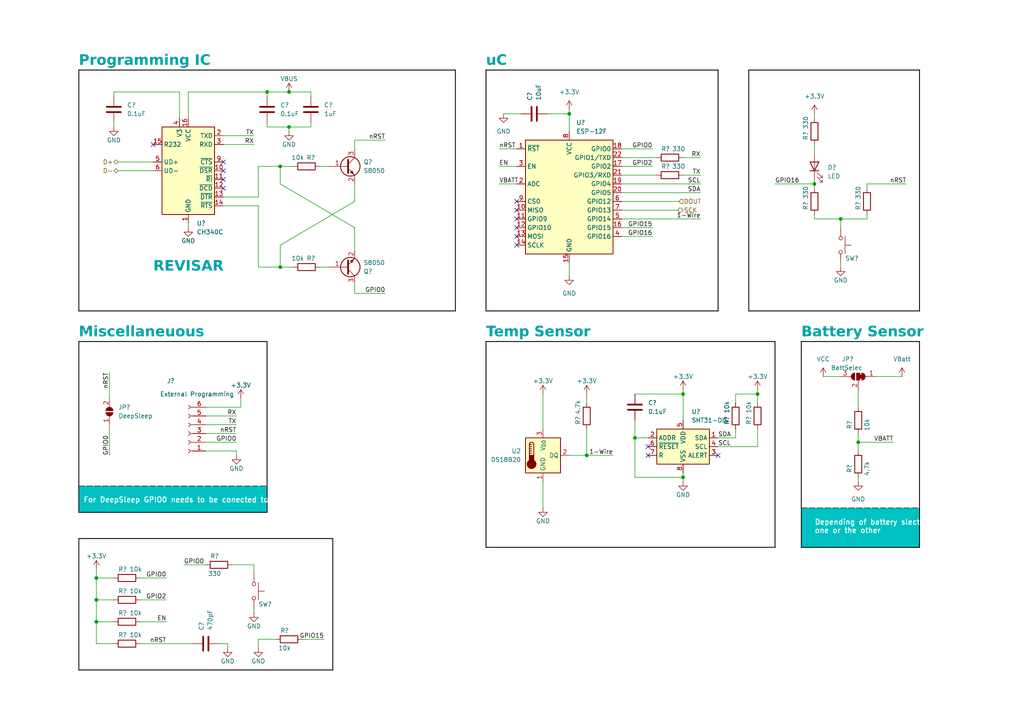
<source format=kicad_sch>
(kicad_sch (version 20230121) (generator eeschema)
  (paper "A4")
  (title_block (title "Gas Weigther") (date "2023-11-04") (rev "1"))
  (lib_symbols
    (symbol "Connector:Conn_01x06_Female" (pin_names (offset 1.016) hide)
      (property "Reference" "J" (at 0 7.62 0))
      (property "Value" "Conn_01x06_Female" (at 0 -10.16 0))
      (symbol "Conn_01x06_Female_1_1"
        (arc (start 0 -7.112) (mid -0.5058 -7.62) (end 0 -8.128) (stroke (width 0.1524)))
        (arc (start 0 -4.572) (mid -0.5058 -5.08) (end 0 -5.588) (stroke (width 0.1524)))
        (arc (start 0 -2.032) (mid -0.5058 -2.54) (end 0 -3.048) (stroke (width 0.1524)))
        (polyline (pts (xy -1.27 -7.62) (xy -0.508 -7.62)) (stroke (width 0.1524)))
        (polyline (pts (xy -1.27 -5.08) (xy -0.508 -5.08)) (stroke (width 0.1524)))
        (polyline (pts (xy -1.27 -2.54) (xy -0.508 -2.54)) (stroke (width 0.1524)))
        (polyline (pts (xy -1.27 0) (xy -0.508 0)) (stroke (width 0.1524)))
        (polyline (pts (xy -1.27 2.54) (xy -0.508 2.54)) (stroke (width 0.1524)))
        (polyline (pts (xy -1.27 5.08) (xy -0.508 5.08)) (stroke (width 0.1524)))
        (arc (start 0 0.508) (mid -0.5058 0) (end 0 -0.508) (stroke (width 0.1524)))
        (arc (start 0 3.048) (mid -0.5058 2.54) (end 0 2.032) (stroke (width 0.1524)))
        (arc (start 0 5.588) (mid -0.5058 5.08) (end 0 4.572) (stroke (width 0.1524)))
        (pin passive line (at -5.08 5.08 0) (length 3.81) (name "Pin_1") (number "1"))
        (pin passive line (at -5.08 2.54 0) (length 3.81) (name "Pin_2") (number "2"))
        (pin passive line (at -5.08 0 0) (length 3.81) (name "Pin_3") (number "3"))
        (pin passive line (at -5.08 -2.54 0) (length 3.81) (name "Pin_4") (number "4"))
        (pin passive line (at -5.08 -5.08 0) (length 3.81) (name "Pin_5") (number "5"))
        (pin passive line (at -5.08 -7.62 0) (length 3.81) (name "Pin_6") (number "6"))
      )
    )
    (symbol "Device:C" (pin_numbers hide) (pin_names (offset 0.254))
      (property "Reference" "C" (at 0.635 2.54 0))
      (property "Value" "C" (at 0.635 -2.54 0))
      (symbol "C_0_1"
        (polyline (pts (xy -2.032 -0.762) (xy 2.032 -0.762)) (stroke (width 0.508)))
        (polyline (pts (xy -2.032 0.762) (xy 2.032 0.762)) (stroke (width 0.508)))
      )
      (symbol "C_1_1"
        (pin passive line (at 0 3.81 270) (length 2.794) (name "~") (number "1"))
        (pin passive line (at 0 -3.81 90) (length 2.794) (name "~") (number "2"))
      )
    )
    (symbol "Device:LED" (pin_numbers hide) (pin_names (offset 1.016) hide)
      (property "Reference" "D" (at 0 2.54 0))
      (property "Value" "LED" (at 0 -2.54 0))
      (symbol "LED_0_1"
        (polyline (pts (xy -1.27 -1.27) (xy -1.27 1.27)) (stroke (width 0.254)))
        (polyline (pts (xy -1.27 0) (xy 1.27 0)))
        (polyline (pts (xy 1.27 -1.27) (xy 1.27 1.27) (xy -1.27 0) (xy 1.27 -1.27)) (stroke (width 0.254)))
        (polyline (pts (xy -3.048 -0.762) (xy -4.572 -2.286) (xy -3.81 -2.286) (xy -4.572 -2.286) (xy -4.572 -1.524)))
        (polyline (pts (xy -1.778 -0.762) (xy -3.302 -2.286) (xy -2.54 -2.286) (xy -3.302 -2.286) (xy -3.302 -1.524)))
      )
      (symbol "LED_1_1"
        (pin passive line (at -3.81 0 0) (length 2.54) (name "K") (number "1"))
        (pin passive line (at 3.81 0 180) (length 2.54) (name "A") (number "2"))
      )
    )
    (symbol "Device:R" (pin_numbers hide) (pin_names (offset 0))
      (property "Reference" "R" (at 2.032 0 90))
      (property "Value" "R" (at 0 0 90))
      (symbol "R_0_1"
        (rectangle (start -1.016 -2.54) (end 1.016 2.54) (stroke (width 0.254)))
      )
      (symbol "R_1_1"
        (pin passive line (at 0 3.81 270) (length 1.27) (name "~") (number "1"))
        (pin passive line (at 0 -3.81 90) (length 1.27) (name "~") (number "2"))
      )
    )
    (symbol "Interface_USB:CH340C"
      (property "Reference" "U" (at -5.08 13.97 0))
      (property "Value" "CH340C" (at 1.27 13.97 0))
      (symbol "CH340C_0_1"
        (rectangle (start -7.62 12.7) (end 7.62 -12.7) (stroke (width 0.254)) (fill (type background)))
      )
      (symbol "CH340C_1_1"
        (pin power_in line (at 0 -15.24 90) (length 2.54) (name "GND") (number "1"))
        (pin input line (at 10.16 0 180) (length 2.54) (name "~{DSR}") (number "10"))
        (pin input line (at 10.16 -2.54 180) (length 2.54) (name "~{RI}") (number "11"))
        (pin input line (at 10.16 -5.08 180) (length 2.54) (name "~{DCD}") (number "12"))
        (pin output line (at 10.16 -7.62 180) (length 2.54) (name "~{DTR}") (number "13"))
        (pin output line (at 10.16 -10.16 180) (length 2.54) (name "~{RTS}") (number "14"))
        (pin input line (at -10.16 7.62 0) (length 2.54) (name "R232") (number "15"))
        (pin power_in line (at 0 15.24 270) (length 2.54) (name "VCC") (number "16"))
        (pin output line (at 10.16 10.16 180) (length 2.54) (name "TXD") (number "2"))
        (pin input line (at 10.16 7.62 180) (length 2.54) (name "RXD") (number "3"))
        (pin passive line (at -2.54 15.24 270) (length 2.54) (name "V3") (number "4"))
        (pin bidirectional line (at -10.16 2.54 0) (length 2.54) (name "UD+") (number "5"))
        (pin bidirectional line (at -10.16 0 0) (length 2.54) (name "UD-") (number "6"))
        (pin no_connect line (at -7.62 -7.62 0) (length 2.54) hide (name "NC") (number "7"))
        (pin no_connect line (at -7.62 -10.16 0) (length 2.54) hide (name "NC") (number "8"))
        (pin input line (at 10.16 2.54 180) (length 2.54) (name "~{CTS}") (number "9"))
      )
    )
    (symbol "Jumper:SolderJumper_2_Open" (pin_names (offset 0) hide)
      (property "Reference" "JP" (at 0 2.032 0))
      (property "Value" "SolderJumper_2_Open" (at 0 -2.54 0))
      (symbol "SolderJumper_2_Open_0_1"
        (arc (start -0.254 1.016) (mid -1.2656 0) (end -0.254 -1.016))
        (arc (start -0.254 1.016) (mid -1.2656 0) (end -0.254 -1.016) (fill (type outline)))
        (polyline (pts (xy -0.254 1.016) (xy -0.254 -1.016)))
        (polyline (pts (xy 0.254 1.016) (xy 0.254 -1.016)))
        (arc (start 0.254 -1.016) (mid 1.2656 0) (end 0.254 1.016))
        (arc (start 0.254 -1.016) (mid 1.2656 0) (end 0.254 1.016) (fill (type outline)))
      )
      (symbol "SolderJumper_2_Open_1_1"
        (pin passive line (at -3.81 0 0) (length 2.54) (name "A") (number "1"))
        (pin passive line (at 3.81 0 180) (length 2.54) (name "B") (number "2"))
      )
    )
    (symbol "Jumper:SolderJumper_3_Bridged12" (pin_names (offset 0) hide)
      (property "Reference" "JP" (at -2.54 -2.54 0))
      (property "Value" "SolderJumper_3_Bridged12" (at 0 2.794 0))
      (symbol "SolderJumper_3_Bridged12_0_1"
        (rectangle (start -1.016 0.508) (end -0.508 -0.508) (fill (type outline)))
        (arc (start -1.016 1.016) (mid -2.0276 0) (end -1.016 -1.016))
        (arc (start -1.016 1.016) (mid -2.0276 0) (end -1.016 -1.016) (fill (type outline)))
        (rectangle (start -0.508 1.016) (end 0.508 -1.016) (fill (type outline)))
        (polyline (pts (xy -2.54 0) (xy -2.032 0)))
        (polyline (pts (xy -1.016 1.016) (xy -1.016 -1.016)))
        (polyline (pts (xy 0 -1.27) (xy 0 -1.016)))
        (polyline (pts (xy 1.016 1.016) (xy 1.016 -1.016)))
        (polyline (pts (xy 2.54 0) (xy 2.032 0)))
        (arc (start 1.016 -1.016) (mid 2.0276 0) (end 1.016 1.016))
        (arc (start 1.016 -1.016) (mid 2.0276 0) (end 1.016 1.016) (fill (type outline)))
      )
      (symbol "SolderJumper_3_Bridged12_1_1"
        (pin passive line (at -5.08 0 0) (length 2.54) (name "A") (number "1"))
        (pin passive line (at 0 -3.81 90) (length 2.54) (name "C") (number "2"))
        (pin passive line (at 5.08 0 180) (length 2.54) (name "B") (number "3"))
      )
    )
    (symbol "Power_Symbols:VBatt" (power) (pin_names (offset 0))
      (property "Value" "VBatt" (at 0 6.35 0))
      (symbol "VBatt_0_1"
        (polyline (pts (xy -0.762 1.27) (xy 0 2.54)))
        (polyline (pts (xy 0 0) (xy 0 2.54)))
        (polyline (pts (xy 0 2.54) (xy 0.762 1.27)))
      )
      (symbol "VBatt_1_1"
        (pin power_in line (at 0 0 90) (length 0) hide (name "VBatt") (number "1"))
      )
    )
    (symbol "RF_Module:ESP-12F"
      (property "Reference" "U" (at -12.7 19.05 0))
      (property "Value" "ESP-12F" (at 12.7 19.05 0))
      (symbol "ESP-12F_0_1"
        (rectangle (start -12.7 17.78) (end 12.7 -15.24) (stroke (width 0.254)) (fill (type background)))
      )
      (symbol "ESP-12F_1_1"
        (pin input line (at -15.24 15.24 0) (length 2.54) (name "~{RST}") (number "1"))
        (pin bidirectional line (at -15.24 -2.54 0) (length 2.54) (name "MISO") (number "10"))
        (pin bidirectional line (at -15.24 -5.08 0) (length 2.54) (name "GPIO9") (number "11"))
        (pin bidirectional line (at -15.24 -7.62 0) (length 2.54) (name "GPIO10") (number "12"))
        (pin bidirectional line (at -15.24 -10.16 0) (length 2.54) (name "MOSI") (number "13"))
        (pin bidirectional line (at -15.24 -12.7 0) (length 2.54) (name "SCLK") (number "14"))
        (pin power_in line (at 0 -17.78 90) (length 2.54) (name "GND") (number "15"))
        (pin bidirectional line (at 15.24 -7.62 180) (length 2.54) (name "GPIO15") (number "16"))
        (pin bidirectional line (at 15.24 10.16 180) (length 2.54) (name "GPIO2") (number "17"))
        (pin bidirectional line (at 15.24 15.24 180) (length 2.54) (name "GPIO0") (number "18"))
        (pin bidirectional line (at 15.24 5.08 180) (length 2.54) (name "GPIO4") (number "19"))
        (pin input line (at -15.24 5.08 0) (length 2.54) (name "ADC") (number "2"))
        (pin bidirectional line (at 15.24 2.54 180) (length 2.54) (name "GPIO5") (number "20"))
        (pin bidirectional line (at 15.24 7.62 180) (length 2.54) (name "GPIO3/RXD") (number "21"))
        (pin bidirectional line (at 15.24 12.7 180) (length 2.54) (name "GPIO1/TXD") (number "22"))
        (pin input line (at -15.24 10.16 0) (length 2.54) (name "EN") (number "3"))
        (pin bidirectional line (at 15.24 -10.16 180) (length 2.54) (name "GPIO16") (number "4"))
        (pin bidirectional line (at 15.24 -5.08 180) (length 2.54) (name "GPIO14") (number "5"))
        (pin bidirectional line (at 15.24 0 180) (length 2.54) (name "GPIO12") (number "6"))
        (pin bidirectional line (at 15.24 -2.54 180) (length 2.54) (name "GPIO13") (number "7"))
        (pin power_in line (at 0 20.32 270) (length 2.54) (name "VCC") (number "8"))
        (pin input line (at -15.24 0 0) (length 2.54) (name "CS0") (number "9"))
      )
    )
    (symbol "S8050_1" (pin_names (offset 0) hide)
      (property "Reference" "Q1" (at 5.08 1.2701 0))
      (property "Value" "S8050" (at 5.08 -1.2699 0))
      (symbol "S8050_1_0_1"
        (polyline (pts (xy 0 0) (xy 0.635 0)))
        (polyline (pts (xy 0.635 0.635) (xy 2.54 2.54)))
        (polyline (pts (xy 0.635 -0.635) (xy 2.54 -2.54) (xy 2.54 -2.54)))
        (polyline (pts (xy 0.635 1.905) (xy 0.635 -1.905) (xy 0.635 -1.905)) (stroke (width 0.508)))
        (polyline (pts (xy 1.27 -1.778) (xy 1.778 -1.27) (xy 2.286 -2.286) (xy 1.27 -1.778) (xy 1.27 -1.778)) (fill (type outline)))
        (circle (center 1.27 0) (radius 2.8194) (stroke (width 0.254)))
      )
      (symbol "S8050_1_1_1"
        (pin input line (at -5.08 0 0) (length 5.08) (name "B") (number "1"))
        (pin passive line (at 2.54 -5.08 90) (length 2.54) (name "E") (number "2"))
        (pin passive line (at 2.54 5.08 270) (length 2.54) (name "C") (number "3"))
      )
    )
    (symbol "SW_Push_1" (pin_numbers hide) (pin_names (offset 1.016) hide)
      (property "Reference" "SW2" (at 3.81 1.2701 90))
      (property "Value" "SW_Push" (at 3.81 -1.2699 90))
      (symbol "SW_Push_1_0_1"
        (circle (center -2.032 0) (radius 0.508))
        (polyline (pts (xy 0 1.27) (xy 0 3.048)))
        (polyline (pts (xy 2.54 1.27) (xy -2.54 1.27)))
        (circle (center 2.032 0) (radius 0.508))
        (pin passive line (at -5.08 0 0) (length 2.54) (name "1") (number "1"))
      )
      (symbol "SW_Push_1_1_1"
        (pin passive line (at 5.08 0 180) (length 2.54) (name "2") (number "3"))
      )
    )
    (symbol "Sensor_Humidity:SHT31-DIS"
      (property "Reference" "U" (at -6.35 6.35 0))
      (property "Value" "SHT31-DIS" (at 6.35 6.35 0))
      (symbol "SHT31-DIS_0_1"
        (rectangle (start -7.62 5.08) (end 7.62 -5.08) (stroke (width 0.254)) (fill (type background)))
      )
      (symbol "SHT31-DIS_1_1"
        (pin bidirectional line (at 10.16 2.54 180) (length 2.54) (name "SDA") (number "1"))
        (pin input line (at -10.16 2.54 0) (length 2.54) (name "ADDR") (number "2"))
        (pin output line (at 10.16 -2.54 180) (length 2.54) (name "ALERT") (number "3"))
        (pin input line (at 10.16 0 180) (length 2.54) (name "SCL") (number "4"))
        (pin power_in line (at 0 7.62 270) (length 2.54) (name "VDD") (number "5"))
        (pin input line (at -10.16 0 0) (length 2.54) (name "~{RESET}") (number "6"))
        (pin passive line (at -10.16 -2.54 0) (length 2.54) (name "R") (number "7"))
        (pin power_in line (at 0 -7.62 90) (length 2.54) (name "VSS") (number "8"))
        (pin passive line (at 0 -7.62 90) (length 2.54) hide (name "VSS") (number "9"))
      )
    )
    (symbol "Sensor_Temperature:DS18B20"
      (property "Reference" "U" (at -3.81 6.35 0))
      (property "Value" "DS18B20" (at 6.35 6.35 0))
      (symbol "DS18B20_0_1"
        (rectangle (start -5.08 5.08) (end 5.08 -5.08) (stroke (width 0.254)) (fill (type background)))
        (circle (center -3.302 -2.54) (radius 1.27) (stroke (width 0.254)) (fill (type outline)))
        (rectangle (start -2.667 -1.905) (end -3.937 0) (stroke (width 0.254)) (fill (type outline)))
        (arc (start -2.667 3.175) (mid -3.302 3.8073) (end -3.937 3.175) (stroke (width 0.254)))
        (polyline (pts (xy -3.937 0.635) (xy -3.302 0.635)) (stroke (width 0.254)))
        (polyline (pts (xy -3.937 1.27) (xy -3.302 1.27)) (stroke (width 0.254)))
        (polyline (pts (xy -3.937 1.905) (xy -3.302 1.905)) (stroke (width 0.254)))
        (polyline (pts (xy -3.937 2.54) (xy -3.302 2.54)) (stroke (width 0.254)))
        (polyline (pts (xy -3.937 3.175) (xy -3.937 0)) (stroke (width 0.254)))
        (polyline (pts (xy -3.937 3.175) (xy -3.302 3.175)) (stroke (width 0.254)))
        (polyline (pts (xy -2.667 3.175) (xy -2.667 0)) (stroke (width 0.254)))
      )
      (symbol "DS18B20_1_1"
        (pin power_in line (at 0 -7.62 90) (length 2.54) (name "GND") (number "1"))
        (pin bidirectional line (at 7.62 0 180) (length 2.54) (name "DQ") (number "2"))
        (pin power_in line (at 0 7.62 270) (length 2.54) (name "V_{DD}") (number "3"))
      )
    )
    (symbol "Switch:SW_Push" (pin_numbers hide) (pin_names (offset 1.016) hide)
      (property "Reference" "SW1" (at 3.81 1.2701 90))
      (symbol "SW_Push_0_1"
        (circle (center -2.032 0) (radius 0.508))
        (polyline (pts (xy 0 1.27) (xy 0 3.048)))
        (polyline (pts (xy 2.54 1.27) (xy -2.54 1.27)))
        (circle (center 2.032 0) (radius 0.508))
        (pin passive line (at -5.08 0 0) (length 2.54) (name "1") (number "1"))
      )
      (symbol "SW_Push_1_1"
        (pin passive line (at 5.08 0 180) (length 2.54) (name "2") (number "3"))
      )
    )
    (symbol "power:+3.3V" (power) (pin_names (offset 0))
      (property "Value" "+3.3V" (at 0 3.556 0))
      (symbol "+3.3V_0_1"
        (polyline (pts (xy -0.762 1.27) (xy 0 2.54)))
        (polyline (pts (xy 0 0) (xy 0 2.54)))
        (polyline (pts (xy 0 2.54) (xy 0.762 1.27)))
      )
      (symbol "+3.3V_1_1"
        (pin power_in line (at 0 0 90) (length 0) hide (name "+3.3V") (number "1"))
      )
    )
    (symbol "power:GND" (power) (pin_names (offset 0))
      (property "Value" "GND" (at 0 -3.81 0))
      (symbol "GND_0_1"
        (polyline (pts (xy 0 0) (xy 0 -1.27) (xy 1.27 -1.27) (xy 0 -2.54) (xy -1.27 -1.27) (xy 0 -1.27)))
      )
      (symbol "GND_1_1"
        (pin power_in line (at 0 0 270) (length 0) hide (name "GND") (number "1"))
      )
    )
    (symbol "power:VBUS" (power) (pin_names (offset 0))
      (property "Value" "VBUS" (at 0 3.81 0))
      (symbol "VBUS_0_1"
        (polyline (pts (xy -0.762 1.27) (xy 0 2.54)))
        (polyline (pts (xy 0 0) (xy 0 2.54)))
        (polyline (pts (xy 0 2.54) (xy 0.762 1.27)))
      )
      (symbol "VBUS_1_1"
        (pin power_in line (at 0 0 90) (length 0) hide (name "VBUS") (number "1"))
      )
    )
    (symbol "power:VCC" (power) (pin_names (offset 0))
      (property "Value" "VCC" (at 0 3.81 0))
      (symbol "VCC_0_1"
        (polyline (pts (xy -0.762 1.27) (xy 0 2.54)))
        (polyline (pts (xy 0 0) (xy 0 2.54)))
        (polyline (pts (xy 0 2.54) (xy 0.762 1.27)))
      )
      (symbol "VCC_1_1"
        (pin power_in line (at 0 0 90) (length 0) hide (name "VCC") (number "1"))
      )
    )
  )
  (junction (at 243.84 63.5))
  (junction (at 81.28 48.26))
  (junction (at 184.15 127))
  (junction (at 170.18 132.08))
  (junction (at 236.22 53.34))
  (junction (at 27.94 167.64))
  (junction (at 83.82 36.83))
  (junction (at 248.92 128.27))
  (junction (at 27.94 180.34))
  (junction (at 198.12 114.3))
  (junction (at 219.71 114.3))
  (junction (at 198.12 138.43))
  (junction (at 27.94 173.99))
  (junction (at 165.1 33.02))
  (junction (at 77.47 26.67))
  (junction (at 83.82 26.67))
  (junction (at 81.28 77.47))
  (no_connect (at 187.96 132.08))
  (no_connect (at 149.86 68.58))
  (no_connect (at 64.77 46.99))
  (no_connect (at 149.86 63.5))
  (no_connect (at 64.77 49.53))
  (no_connect (at 149.86 58.42))
  (no_connect (at 64.77 54.61))
  (no_connect (at 44.45 41.91))
  (no_connect (at 64.77 52.07))
  (no_connect (at 149.86 60.96))
  (no_connect (at 149.86 66.04))
  (no_connect (at 187.96 129.54))
  (no_connect (at 149.86 71.12))
  (no_connect (at 208.28 132.08))
  (wire (pts (xy 27.94 173.99) (xy 33.02 173.99)))
  (wire (pts (xy 59.69 125.73) (xy 68.58 125.73)))
  (wire (pts (xy 40.64 186.69) (xy 55.88 186.69)))
  (wire (pts (xy 83.82 36.83) (xy 90.17 36.83)))
  (wire (pts (xy 198.12 114.3) (xy 198.12 121.92)))
  (wire (pts (xy 219.71 114.3) (xy 219.71 116.84)))
  (wire (pts (xy 63.5 186.69) (xy 66.04 186.69)))
  (wire (pts (xy 90.17 26.67) (xy 90.17 27.94)))
  (wire (pts (xy 102.87 72.39) (xy 102.87 66.04)))
  (wire (pts (xy 198.12 113.03) (xy 198.12 114.3)))
  (polyline (pts (xy 208.28 20.32) (xy 208.28 90.17)) (stroke (width 0.25) (type solid) (color 0 0 0 1)))
  (wire (pts (xy 54.61 66.04) (xy 54.61 64.77)))
  (wire (pts (xy 40.64 180.34) (xy 48.26 180.34)))
  (wire (pts (xy 102.87 82.55) (xy 102.87 85.09)))
  (wire (pts (xy 198.12 139.7) (xy 198.12 138.43)))
  (wire (pts (xy 85.09 48.26) (xy 81.28 48.26)))
  (wire (pts (xy 102.87 66.04) (xy 81.28 53.34)))
  (polyline (pts (xy 140.97 20.32) (xy 208.28 20.32)) (stroke (width 0.25) (type solid) (color 0 0 0 1)))
  (wire (pts (xy 59.69 118.11) (xy 69.85 118.11)))
  (wire (pts (xy 31.75 123.19) (xy 31.75 132.08)))
  (wire (pts (xy 59.69 128.27) (xy 68.58 128.27)))
  (wire (pts (xy 27.94 167.64) (xy 27.94 173.99)))
  (wire (pts (xy 213.36 127) (xy 213.36 124.46)))
  (wire (pts (xy 219.71 124.46) (xy 219.71 129.54)))
  (polyline (pts (xy 132.08 20.32) (xy 132.08 90.17)) (stroke (width 0.25) (type solid) (color 0 0 0 1)))
  (wire (pts (xy 69.85 118.11) (xy 69.85 115.57)))
  (wire (pts (xy 87.63 185.42) (xy 93.98 185.42)))
  (polyline (pts (xy 266.7 90.17) (xy 217.17 90.17)) (stroke (width 0.25) (type solid) (color 0 0 0 1)))
  (wire (pts (xy 184.15 114.3) (xy 198.12 114.3)))
  (wire (pts (xy 92.71 77.47) (xy 95.25 77.47)))
  (polyline (pts (xy 77.47 99.06) (xy 77.47 148.59)) (stroke (width 0.25) (type solid) (color 0 0 0 1)))
  (wire (pts (xy 77.47 26.67) (xy 77.47 27.94)))
  (wire (pts (xy 74.93 77.47) (xy 81.28 77.47)))
  (polyline (pts (xy 22.86 156.21) (xy 22.86 194.31)) (stroke (width 0.25) (type solid) (color 0 0 0 1)))
  (wire (pts (xy 68.58 130.81) (xy 68.58 132.08)))
  (wire (pts (xy 102.87 58.42) (xy 81.28 71.12)))
  (wire (pts (xy 64.77 59.69) (xy 74.93 59.69)))
  (wire (pts (xy 77.47 36.83) (xy 83.82 36.83)))
  (wire (pts (xy 236.22 62.23) (xy 236.22 63.5)))
  (wire (pts (xy 243.84 63.5) (xy 251.46 63.5)))
  (wire (pts (xy 59.69 123.19) (xy 68.58 123.19)))
  (polyline (pts (xy 266.7 20.32) (xy 266.7 90.17)) (stroke (width 0.25) (type solid) (color 0 0 0 1)))
  (wire (pts (xy 184.15 138.43) (xy 198.12 138.43)))
  (wire (pts (xy 180.34 53.34) (xy 203.2 53.34)))
  (wire (pts (xy 73.66 177.8) (xy 73.66 176.53)))
  (wire (pts (xy 33.02 26.67) (xy 52.07 26.67)))
  (wire (pts (xy 180.34 60.96) (xy 196.85 60.96)))
  (wire (pts (xy 251.46 53.34) (xy 262.89 53.34)))
  (wire (pts (xy 31.75 107.95) (xy 31.75 115.57)))
  (polyline (pts (xy 266.7 158.75) (xy 232.41 158.75)) (stroke (width 0.25) (type solid) (color 0 0 0 1)))
  (wire (pts (xy 54.61 26.67) (xy 77.47 26.67)))
  (wire (pts (xy 184.15 121.92) (xy 184.15 127)))
  (wire (pts (xy 208.28 127) (xy 213.36 127)))
  (wire (pts (xy 236.22 63.5) (xy 243.84 63.5)))
  (wire (pts (xy 73.66 166.37) (xy 73.66 163.83)))
  (wire (pts (xy 180.34 68.58) (xy 189.23 68.58)))
  (polyline (pts (xy 217.17 20.32) (xy 266.7 20.32)) (stroke (width 0.25) (type solid) (color 0 0 0 1)))
  (wire (pts (xy 236.22 53.34) (xy 236.22 54.61)))
  (wire (pts (xy 248.92 128.27) (xy 259.08 128.27)))
  (wire (pts (xy 146.05 33.02) (xy 151.13 33.02)))
  (wire (pts (xy 248.92 125.73) (xy 248.92 128.27)))
  (wire (pts (xy 102.87 40.64) (xy 111.76 40.64)))
  (wire (pts (xy 90.17 36.83) (xy 90.17 35.56)))
  (wire (pts (xy 83.82 36.83) (xy 83.82 38.1)))
  (polyline (pts (xy 224.79 99.06) (xy 224.79 158.75)) (stroke (width 0.25) (type solid) (color 0 0 0 1)))
  (wire (pts (xy 33.02 27.94) (xy 33.02 26.67)))
  (wire (pts (xy 27.94 167.64) (xy 33.02 167.64)))
  (wire (pts (xy 219.71 113.03) (xy 219.71 114.3)))
  (wire (pts (xy 27.94 173.99) (xy 27.94 180.34)))
  (wire (pts (xy 77.47 36.83) (xy 77.47 35.56)))
  (wire (pts (xy 27.94 180.34) (xy 27.94 186.69)))
  (wire (pts (xy 243.84 109.22) (xy 238.76 109.22)))
  (wire (pts (xy 54.61 26.67) (xy 54.61 34.29)))
  (wire (pts (xy 208.28 129.54) (xy 219.71 129.54)))
  (wire (pts (xy 180.34 66.04) (xy 189.23 66.04)))
  (wire (pts (xy 180.34 63.5) (xy 203.2 63.5)))
  (polyline (pts (xy 22.86 99.06) (xy 77.47 99.06)) (stroke (width 0.25) (type solid) (color 0 0 0 1)))
  (wire (pts (xy 102.87 85.09) (xy 111.76 85.09)))
  (wire (pts (xy 64.77 39.37) (xy 73.66 39.37)))
  (wire (pts (xy 180.34 50.8) (xy 190.5 50.8)))
  (wire (pts (xy 81.28 77.47) (xy 85.09 77.47)))
  (wire (pts (xy 184.15 127) (xy 187.96 127)))
  (polyline (pts (xy 217.17 20.32) (xy 217.17 90.17)) (stroke (width 0.25) (type solid) (color 0 0 0 1)))
  (wire (pts (xy 64.77 57.15) (xy 74.93 57.15)))
  (wire (pts (xy 157.48 139.7) (xy 157.48 147.32)))
  (wire (pts (xy 102.87 43.18) (xy 102.87 40.64)))
  (wire (pts (xy 81.28 53.34) (xy 81.28 48.26)))
  (wire (pts (xy 248.92 138.43) (xy 248.92 139.7)))
  (wire (pts (xy 180.34 58.42) (xy 196.85 58.42)))
  (wire (pts (xy 170.18 114.3) (xy 170.18 116.84)))
  (wire (pts (xy 236.22 52.07) (xy 236.22 53.34)))
  (wire (pts (xy 81.28 71.12) (xy 81.28 77.47)))
  (polyline (pts (xy 96.52 156.21) (xy 96.52 194.31)) (stroke (width 0.25) (type solid) (color 0 0 0 1)))
  (wire (pts (xy 157.48 114.3) (xy 157.48 124.46)))
  (wire (pts (xy 198.12 45.72) (xy 203.2 45.72)))
  (wire (pts (xy 74.93 48.26) (xy 74.93 57.15)))
  (wire (pts (xy 180.34 45.72) (xy 190.5 45.72)))
  (wire (pts (xy 144.78 43.18) (xy 149.86 43.18)))
  (wire (pts (xy 83.82 26.67) (xy 90.17 26.67)))
  (polyline (pts (xy 77.47 148.59) (xy 22.86 148.59)) (stroke (width 0.25) (type solid) (color 0 0 0 1)))
  (wire (pts (xy 236.22 41.91) (xy 236.22 44.45)))
  (wire (pts (xy 77.47 26.67) (xy 83.82 26.67)))
  (wire (pts (xy 251.46 53.34) (xy 251.46 54.61)))
  (wire (pts (xy 170.18 132.08) (xy 170.18 124.46)))
  (wire (pts (xy 53.34 163.83) (xy 59.69 163.83)))
  (wire (pts (xy 74.93 59.69) (xy 74.93 77.47)))
  (wire (pts (xy 198.12 138.43) (xy 198.12 137.16)))
  (polyline (pts (xy 132.08 90.17) (xy 22.86 90.17)) (stroke (width 0.25) (type solid) (color 0 0 0 1)))
  (wire (pts (xy 184.15 127) (xy 184.15 138.43)))
  (wire (pts (xy 66.04 187.96) (xy 66.04 186.69)))
  (wire (pts (xy 74.93 185.42) (xy 74.93 187.96)))
  (wire (pts (xy 213.36 114.3) (xy 219.71 114.3)))
  (wire (pts (xy 180.34 43.18) (xy 189.23 43.18)))
  (wire (pts (xy 74.93 48.26) (xy 81.28 48.26)))
  (polyline (pts (xy 22.86 20.32) (xy 132.08 20.32)) (stroke (width 0.25) (type solid) (color 0 0 0 1)))
  (wire (pts (xy 74.93 185.42) (xy 80.01 185.42)))
  (wire (pts (xy 40.64 173.99) (xy 48.26 173.99)))
  (polyline (pts (xy 22.86 20.32) (xy 22.86 90.17)) (stroke (width 0.25) (type solid) (color 0 0 0 1)))
  (wire (pts (xy 251.46 63.5) (xy 251.46 62.23)))
  (wire (pts (xy 248.92 113.03) (xy 248.92 118.11)))
  (wire (pts (xy 236.22 33.02) (xy 236.22 34.29)))
  (polyline (pts (xy 140.97 99.06) (xy 224.79 99.06)) (stroke (width 0.25) (type solid) (color 0 0 0 1)))
  (wire (pts (xy 243.84 77.47) (xy 243.84 76.2)))
  (wire (pts (xy 40.64 167.64) (xy 48.26 167.64)))
  (polyline (pts (xy 208.28 90.17) (xy 140.97 90.17)) (stroke (width 0.25) (type solid) (color 0 0 0 1)))
  (wire (pts (xy 180.34 48.26) (xy 189.23 48.26)))
  (wire (pts (xy 144.78 53.34) (xy 149.86 53.34)))
  (wire (pts (xy 165.1 76.2) (xy 165.1 80.01)))
  (polyline (pts (xy 22.86 99.06) (xy 22.86 148.59)) (stroke (width 0.25) (type solid) (color 0 0 0 1)))
  (polyline (pts (xy 140.97 20.32) (xy 140.97 90.17)) (stroke (width 0.25) (type solid) (color 0 0 0 1)))
  (wire (pts (xy 33.02 36.83) (xy 33.02 35.56)))
  (wire (pts (xy 64.77 41.91) (xy 73.66 41.91)))
  (wire (pts (xy 27.94 180.34) (xy 33.02 180.34)))
  (wire (pts (xy 213.36 116.84) (xy 213.36 114.3)))
  (polyline (pts (xy 232.41 99.06) (xy 232.41 158.75)) (stroke (width 0.25) (type solid) (color 0 0 0 1)))
  (wire (pts (xy 158.75 33.02) (xy 165.1 33.02)))
  (wire (pts (xy 27.94 165.1) (xy 27.94 167.64)))
  (wire (pts (xy 165.1 33.02) (xy 165.1 38.1)))
  (wire (pts (xy 27.94 186.69) (xy 33.02 186.69)))
  (wire (pts (xy 34.29 49.53) (xy 44.45 49.53)))
  (wire (pts (xy 170.18 132.08) (xy 177.8 132.08)))
  (wire (pts (xy 59.69 120.65) (xy 68.58 120.65)))
  (wire (pts (xy 180.34 55.88) (xy 203.2 55.88)))
  (wire (pts (xy 198.12 50.8) (xy 203.2 50.8)))
  (wire (pts (xy 248.92 128.27) (xy 248.92 130.81)))
  (wire (pts (xy 165.1 31.75) (xy 165.1 33.02)))
  (polyline (pts (xy 22.86 156.21) (xy 96.52 156.21)) (stroke (width 0.25) (type solid) (color 0 0 0 1)))
  (wire (pts (xy 165.1 132.08) (xy 170.18 132.08)))
  (polyline (pts (xy 96.52 194.31) (xy 22.86 194.31)) (stroke (width 0.25) (type solid) (color 0 0 0 1)))
  (wire (pts (xy 52.07 26.67) (xy 52.07 34.29)))
  (wire (pts (xy 67.31 163.83) (xy 73.66 163.83)))
  (wire (pts (xy 243.84 66.04) (xy 243.84 63.5)))
  (wire (pts (xy 34.29 46.99) (xy 44.45 46.99)))
  (polyline (pts (xy 266.7 99.06) (xy 266.7 158.75)) (stroke (width 0.25) (type solid) (color 0 0 0 1)))
  (polyline (pts (xy 224.79 158.75) (xy 140.97 158.75)) (stroke (width 0.25) (type solid) (color 0 0 0 1)))
  (polyline (pts (xy 140.97 99.06) (xy 140.97 158.75)) (stroke (width 0.25) (type solid) (color 0 0 0 1)))
  (wire (pts (xy 59.69 130.81) (xy 68.58 130.81)))
  (polyline (pts (xy 232.41 99.06) (xy 266.7 99.06)) (stroke (width 0.25) (type solid) (color 0 0 0 1)))
  (wire (pts (xy 261.62 109.22) (xy 254 109.22)))
  (wire (pts (xy 92.71 48.26) (xy 95.25 48.26)))
  (wire (pts (xy 224.79 53.34) (xy 236.22 53.34)))
  (wire (pts (xy 144.78 48.26) (xy 149.86 48.26)))
  (wire (pts (xy 102.87 58.42) (xy 102.87 53.34)))
  (rectangle (start 232.41 147.32) (end 266.7 158.75) (stroke (width 0) (type dash) (color 0 0 0 1)) (fill (type color) (color 0 194 194 1)))
  (rectangle (start 22.86 140.97) (end 77.47 148.59) (stroke (width 0) (type dash) (color 0 0 0 1)) (fill (type color) (color 0 194 194 1)))
  (text "Programming IC" (at 22.86 20.32 0) (effects (font (size 3 3) (thickness 0.6) bold) (justify left bottom)))
  (text "REVISAR" (at 44.45 80.01 0) (effects (font (size 3 3) (thickness 0.6) bold) (justify left bottom)))
  (text "Temp Sensor" (at 140.97 99.06 0) (effects (font (size 3 3) (thickness 0.6) bold) (justify left bottom)))
  (text "uC" (at 140.97 20.32 0) (effects (font (size 3 3) (thickness 0.6) bold) (justify left bottom)))
  (text "For DeepSleep GPIO0 needs to be conected to nRST." (at 24.13 146.05 0) (effects (font (size 1.5 1.5) (thickness 0.2508) bold) (justify left bottom)))
  (text "Miscellaneuous" (at 22.86 99.06 0) (effects (font (size 3 3) (thickness 0.6) bold) (justify left bottom)))
  (text "Battery Sensor" (at 232.41 99.06 0) (effects (font (size 3 3) (thickness 0.6) bold) (justify left bottom)))
  (text "Depending of battery slect \none or the other" (at 236.22 154.94 0) (effects (font (size 1.5 1.5) (thickness 0.2508) bold) (justify left bottom)))
  (label "1-Wire" (at 203.2 63.5 180))
  (label "RX" (at 203.2 45.72 180))
  (label "1-Wire" (at 177.8 132.08 180))
  (label "EN" (at 48.26 180.34 180))
  (label "nRST" (at 68.58 125.73 180))
  (label "GPIO0" (at 48.26 167.64 180))
  (label "nRST" (at 144.78 43.18 0))
  (label "GPIO2" (at 189.23 48.26 180))
  (label "EN" (at 144.78 48.26 0))
  (label "GPIO16" (at 189.23 68.58 180))
  (label "GPIO16" (at 224.79 53.34 0))
  (label "RX" (at 73.66 41.91 180))
  (label "GPIO0" (at 189.23 43.18 180))
  (label "VBATT" (at 144.78 53.34 0))
  (label "GPIO0" (at 53.34 163.83 0))
  (label "GPIO15" (at 93.98 185.42 180))
  (label "nRST" (at 111.76 40.64 180))
  (label "SDA" (at 208.28 127 0))
  (label "SCL" (at 203.2 53.34 180))
  (label "TX" (at 73.66 39.37 180))
  (label "SDA" (at 203.2 55.88 180))
  (label "GPIO0" (at 111.76 85.09 180))
  (label "nRST" (at 31.75 107.95 270))
  (label "nRST" (at 262.89 53.34 180))
  (label "RX" (at 68.58 120.65 180))
  (label "TX" (at 203.2 50.8 180))
  (label "GPIO0" (at 68.58 128.27 180))
  (label "GPIO15" (at 189.23 66.04 180))
  (label "SCL" (at 208.28 129.54 0))
  (label "TX" (at 68.58 123.19 180))
  (label "GPIO0" (at 31.75 132.08 90))
  (label "VBATT" (at 259.08 128.27 180))
  (label "GPIO2" (at 48.26 173.99 180))
  (label "nRST" (at 48.26 186.69 180))
  (hierarchical_label "SCK" (shape output) (at 196.85 60.96 0))
  (hierarchical_label "D-" (shape bidirectional) (at 34.29 49.53 180))
  (hierarchical_label "D+" (shape bidirectional) (at 34.29 46.99 180))
  (hierarchical_label "DOUT" (shape input) (at 196.85 58.42 0))
  (symbol (lib_id "power:GND") (at 73.66 177.8 0) (unit 1)
    (property "Reference" "#PWR038" (effects hide))
    (property "Value" "GND" (at 73.66 181.61 0))
    (instances (project "GasWeighter" (path "" (reference "#PWR038") (unit 1)) (path "" (reference "#PWR038") (unit 1))) (project "Arbolito" (path "" (reference "#PWR029") (unit 1))))
  )
  (symbol (lib_id "Device:R") (at 194.31 50.8 90) (unit 1)
    (property "Reference" "R?" (at 193.04 48.26 90))
    (property "Value" "330" (at 196.85 48.26 90))
    (property "Footprint" "Resistor_SMD:R_0805_2012Metric_Pad1.20x1.40mm_HandSolder" (effects hide))
    (instances (project "GasWeighter" (path "" (reference "R?") (unit 1)) (path "" (reference "R12") (unit 1))) (project "Arbolito" (path "" (reference "R12") (unit 1))))
  )
  (symbol (lib_id "Sensor_Humidity:SHT31-DIS") (at 198.12 129.54 0) (unit 1)
    (property "Reference" "U?" (at 200.5456 119.38 0) (effects (justify left)))
    (property "Value" "SHT31-DIS" (at 200.5456 121.92 0) (effects (justify left)))
    (property "Footprint" "Sensor_Humidity:Sensirion_DFN-8-1EP_2.5x2.5mm_P0.5mm_EP1.1x1.7mm" (effects hide))
    (property "Datasheet" "https://www.sensirion.com/fileadmin/user_upload/customers/sensirion/Dokumente/2_Humidity_Sensors/Datasheets/Sensirion_Humidity_Sensors_SHT3x_Datasheet_digital.pdf" (effects hide))
    (instances (project "GasWeighter" (path "" (reference "U?") (unit 1)) (path "" (reference "U4") (unit 1)) (path "" (reference "U?") (unit 1))) (project "Arbolito" (path "" (reference "U5") (unit 1))))
  )
  (symbol (lib_id "power:GND") (at 74.93 187.96 0) (unit 1)
    (property "Reference" "#PWR039" (effects hide))
    (property "Value" "GND" (at 74.93 191.77 0))
    (instances (project "GasWeighter" (path "" (reference "#PWR039") (unit 1)) (path "" (reference "#PWR039") (unit 1))) (project "Arbolito" (path "" (reference "#PWR030") (unit 1))))
  )
  (symbol (lib_id "Device:R") (at 36.83 180.34 90) (unit 1)
    (property "Reference" "R?" (at 35.56 177.8 90))
    (property "Value" "10k" (at 39.37 177.8 90))
    (property "Footprint" "Resistor_SMD:R_0805_2012Metric_Pad1.20x1.40mm_HandSolder" (effects hide))
    (instances (project "GasWeighter" (path "" (reference "R?") (unit 1)) (path "" (reference "R4") (unit 1))) (project "Arbolito" (path "" (reference "R9") (unit 1))))
  )
  (symbol (lib_id "power:GND") (at 66.04 187.96 0) (unit 1)
    (property "Reference" "#PWR036" (effects hide))
    (property "Value" "GND" (at 66.04 191.77 0))
    (instances (project "GasWeighter" (path "" (reference "#PWR036") (unit 1)) (path "" (reference "#PWR036") (unit 1))) (project "Arbolito" (path "" (reference "#PWR027") (unit 1))))
  )
  (symbol (lib_id "Device:R") (at 236.22 58.42 180) (unit 1)
    (property "Reference" "R?" (at 233.68 59.69 90))
    (property "Value" "330" (at 233.68 55.88 90))
    (property "Footprint" "Resistor_SMD:R_0805_2012Metric_Pad1.20x1.40mm_HandSolder" (effects hide))
    (instances (project "GasWeighter" (path "" (reference "R?") (unit 1)) (path "" (reference "R16") (unit 1))) (project "Arbolito" (path "" (reference "R16") (unit 1))))
  )
  (symbol (lib_id "Switch:SW_Push") (at 73.66 171.45 270) (unit 1)
    (property "Reference" "SW?" (at 74.9301 175.26 90) (effects (justify left)))
    (property "Value" "SW_Push" (effects hide))
    (property "Footprint" "Library:Button" (effects hide))
    (instances (project "GasWeighter" (path "" (reference "SW?") (unit 1)) (path "" (reference "SW1") (unit 1))) (project "Arbolito" (path "" (reference "SW3") (unit 1))))
  )
  (symbol (lib_id "Jumper:SolderJumper_2_Open") (at 31.75 119.38 90) (unit 1)
    (property "Reference" "JP?" (at 34.29 118.1099 90) (effects (justify right)))
    (property "Value" "DeepSleep" (at 34.29 120.6499 90) (effects (justify right)))
    (property "Footprint" "Jumper:SolderJumper-2_P1.3mm_Open_RoundedPad1.0x1.5mm" (effects hide))
    (instances (project "GasWeighter" (path "" (reference "JP?") (unit 1)) (path "" (reference "JP1") (unit 1))))
  )
  (symbol (lib_id "Device:R") (at 36.83 173.99 90) (unit 1)
    (property "Reference" "R?" (at 35.56 171.45 90))
    (property "Value" "10k" (at 39.37 171.45 90))
    (property "Footprint" "Resistor_SMD:R_0805_2012Metric_Pad1.20x1.40mm_HandSolder" (effects hide))
    (instances (project "GasWeighter" (path "" (reference "R?") (unit 1)) (path "" (reference "R3") (unit 1))) (project "Arbolito" (path "" (reference "R8") (unit 1))))
  )
  (symbol (lib_id "Device:C") (at 59.69 186.69 90) (unit 1)
    (property "Reference" "C?" (at 58.4199 182.88 0) (effects (justify left)))
    (property "Value" "470pF" (at 60.9599 182.88 0) (effects (justify left)))
    (property "Footprint" "Capacitor_SMD:C_0805_2012Metric" (effects hide))
    (instances (project "GasWeighter" (path "" (reference "C?") (unit 1)) (path "" (reference "C2") (unit 1))) (project "Arbolito" (path "" (reference "C10") (unit 1))))
  )
  (symbol (lib_id "power:+3.3V") (at 170.18 114.3 0) (unit 1)
    (property "Reference" "#PWR018" (effects hide))
    (property "Value" "+3.3V" (at 170.18 110.49 0))
    (instances (project "GasWeighter" (path "" (reference "#PWR018") (unit 1)) (path "" (reference "#PWR022") (unit 1)) (path "" (reference "#PWR022") (unit 1))) (project "Arbolito" (path "" (reference "#PWR033") (unit 1))))
  )
  (symbol (lib_id "Device:R") (at 36.83 167.64 90) (unit 1)
    (property "Reference" "R?" (at 35.56 165.1 90))
    (property "Value" "10k" (at 39.37 165.1 90))
    (property "Footprint" "Resistor_SMD:R_0805_2012Metric_Pad1.20x1.40mm_HandSolder" (effects hide))
    (instances (project "GasWeighter" (path "" (reference "R?") (unit 1)) (path "" (reference "R2") (unit 1))) (project "Arbolito" (path "" (reference "R7") (unit 1))))
  )
  (symbol (lib_id "Device:R") (at 63.5 163.83 270) (unit 1)
    (property "Reference" "R?" (at 62.23 161.29 90))
    (property "Value" "330" (at 62.23 166.37 90))
    (property "Footprint" "Resistor_SMD:R_0805_2012Metric_Pad1.20x1.40mm_HandSolder" (effects hide))
    (instances (project "GasWeighter" (path "" (reference "R?") (unit 1)) (path "" (reference "R6") (unit 1))) (project "Arbolito" (path "" (reference "R13") (unit 1))))
  )
  (symbol (lib_id "Device:R") (at 248.92 121.92 0) (unit 1)
    (property "Reference" "R?" (at 246.38 123.19 90))
    (property "Value" "10k" (at 251.46 123.19 90))
    (property "Footprint" "Resistor_SMD:R_0805_2012Metric_Pad1.20x1.40mm_HandSolder" (effects hide))
    (instances (project "GasWeighter" (path "" (reference "R?") (unit 1)) (path "" (reference "R17") (unit 1))) (project "Arbolito" (path "" (reference "R21") (unit 1))))
  )
  (symbol (lib_id "Sensor_Temperature:DS18B20") (at 157.48 132.08 0) (unit 1)
    (property "Reference" "U2" (at 151.13 130.8099 0) (effects (justify right)))
    (property "Value" "DS18B20" (at 151.13 133.3499 0) (effects (justify right)))
    (property "Footprint" "Package_TO_SOT_THT:TO-92_Inline" (effects hide))
    (property "Datasheet" "http://datasheets.maximintegrated.com/en/ds/DS18B20.pdf" (effects hide))
    (instances (project "GasWeighter" (path "" (reference "U2") (unit 1)) (path "" (reference "U?") (unit 1))))
  )
  (symbol (lib_id "Device:C") (at 90.17 31.75 0) (unit 1)
    (property "Reference" "C?" (at 93.98 30.4799 0) (effects (justify left)))
    (property "Value" "1uF" (at 93.98 33.0199 0) (effects (justify left)))
    (property "Footprint" "Capacitor_SMD:C_0805_2012Metric" (effects hide))
    (instances (project "GasWeighter" (path "" (reference "C?") (unit 1)) (path "" (reference "C4") (unit 1))) (project "Arbolito" (path "" (reference "C5") (unit 1))))
  )
  (symbol (lib_id "Interface_USB:CH340C") (at 54.61 49.53 0) (unit 1)
    (property "Reference" "U?" (at 57.0356 64.77 0) (effects (justify left)))
    (property "Value" "CH340C" (at 57.0356 67.31 0) (effects (justify left)))
    (property "Footprint" "Package_SO:SOIC-16_3.9x9.9mm_P1.27mm" (effects hide))
    (property "Datasheet" "https://datasheet.lcsc.com/szlcsc/Jiangsu-Qin-Heng-CH340C_C84681.pdf" (effects hide))
    (instances (project "GasWeighter" (path "" (reference "U?") (unit 1)) (path "" (reference "U1") (unit 1))) (project "Arbolito" (path "" (reference "U2") (unit 1))))
  )
  (symbol (lib_id "power:GND") (at 157.48 147.32 0) (unit 1)
    (property "Reference" "#PWR019" (effects hide))
    (property "Value" "GND" (at 157.48 151.13 0))
    (instances (project "GasWeighter" (path "" (reference "#PWR019") (unit 1)) (path "" (reference "#PWR021") (unit 1)) (path "" (reference "#PWR021") (unit 1))) (project "Arbolito" (path "" (reference "#PWR034") (unit 1))))
  )
  (symbol (lib_id "Device:R") (at 170.18 120.65 180) (unit 1)
    (property "Reference" "R?" (at 167.64 121.92 90))
    (property "Value" "4.7k" (at 167.64 118.11 90))
    (property "Footprint" "Resistor_SMD:R_0805_2012Metric_Pad1.20x1.40mm_HandSolder" (effects hide))
    (instances (project "GasWeighter" (path "" (reference "R?") (unit 1)) (path "" (reference "R10") (unit 1)) (path "" (reference "R?") (unit 1))) (project "Arbolito" (path "" (reference "R14") (unit 1))))
  )
  (symbol (lib_id "power:GND") (at 68.58 132.08 0) (unit 1)
    (property "Reference" "#PWR016" (effects hide))
    (property "Value" "GND" (at 68.58 135.89 0))
    (instances (project "GasWeighter" (path "" (reference "#PWR016") (unit 1)) (path "" (reference "#PWR016") (unit 1))) (project "Arbolito" (path "" (reference "#PWR0101") (unit 1))))
  )
  (symbol (lib_id "Device:LED") (at 236.22 48.26 90) (unit 1)
    (property "Reference" "D?" (at 240.03 48.5774 90) (effects (justify right)))
    (property "Value" "LED" (at 240.03 51.1174 90) (effects (justify right)))
    (property "Footprint" "LED_SMD:LED_0805_2012Metric" (effects hide))
    (instances (project "GasWeighter" (path "" (reference "D?") (unit 1)) (path "" (reference "D1") (unit 1))) (project "Arbolito" (path "" (reference "D2") (unit 1))))
  )
  (symbol (lib_id "Device:R") (at 213.36 120.65 180) (unit 1)
    (property "Reference" "R?" (at 210.82 121.92 90))
    (property "Value" "10k" (at 210.82 118.11 90))
    (property "Footprint" "Resistor_SMD:R_0805_2012Metric_Pad1.20x1.40mm_HandSolder" (effects hide))
    (instances (project "GasWeighter" (path "" (reference "R?") (unit 1)) (path "" (reference "R13") (unit 1)) (path "" (reference "R?") (unit 1))) (project "Arbolito" (path "" (reference "R14") (unit 1))))
  )
  (symbol (lib_id "power:+3.3V") (at 69.85 115.57 0) (unit 1)
    (property "Reference" "#PWR015" (effects hide))
    (property "Value" "+3.3V" (at 69.85 111.76 0))
    (instances (project "GasWeighter" (path "" (reference "#PWR015") (unit 1)) (path "" (reference "#PWR017") (unit 1))) (project "Arbolito" (path "" (reference "#PWR0102") (unit 1))))
  )
  (symbol (lib_id "power:GND") (at 248.92 139.7 0) (unit 1)
    (property "Reference" "#PWR02" (effects hide))
    (property "Value" "GND" (at 248.92 144.78 0))
    (instances (project "GasWeighter" (path "" (reference "#PWR02") (unit 1)) (path "" (reference "#PWR04") (unit 1))) (project "Arbolito" (path "" (reference "#PWR0104") (unit 1))))
  )
  (symbol (lib_id "Device:R") (at 36.83 186.69 90) (unit 1)
    (property "Reference" "R?" (at 35.56 184.15 90))
    (property "Value" "10k" (at 39.37 184.15 90))
    (property "Footprint" "Resistor_SMD:R_0805_2012Metric_Pad1.20x1.40mm_HandSolder" (effects hide))
    (instances (project "GasWeighter" (path "" (reference "R?") (unit 1)) (path "" (reference "R5") (unit 1))) (project "Arbolito" (path "" (reference "R10") (unit 1))))
  )
  (symbol (lib_id "power:GND") (at 146.05 33.02 0) (unit 1)
    (property "Reference" "#PWR030" (effects hide))
    (property "Value" "GND" (at 146.05 38.1 0))
    (instances (project "GasWeighter" (path "" (reference "#PWR030") (unit 1)) (path "" (reference "#PWR030") (unit 1))) (project "Arbolito" (path "" (reference "#PWR021") (unit 1))))
  )
  (symbol (lib_id "Device:C") (at 77.47 31.75 0) (unit 1)
    (property "Reference" "C?" (at 81.28 30.4799 0) (effects (justify left)))
    (property "Value" "0.1uF" (at 81.28 33.0199 0) (effects (justify left)))
    (property "Footprint" "Capacitor_SMD:C_0805_2012Metric" (effects hide))
    (instances (project "GasWeighter" (path "" (reference "C?") (unit 1)) (path "" (reference "C3") (unit 1))) (project "Arbolito" (path "" (reference "C4") (unit 1))))
  )
  (symbol (lib_id "power:VCC") (at 238.76 109.22 0) (unit 1)
    (property "Reference" "#PWR012" (effects hide))
    (property "Value" "VCC" (at 238.76 104.14 0))
    (instances (project "GasWeighter" (path "" (reference "#PWR012") (unit 1)) (path "" (reference "#PWR060") (unit 1)) (path "" (reference "#PWR034") (unit 1))) (project "Arbolito" (path "" (reference "#PWR016") (unit 1))))
  )
  (symbol (lib_id "Device:R") (at 88.9 77.47 270) (mirror x) (unit 1)
    (property "Reference" "R?" (at 90.17 74.93 90))
    (property "Value" "10k" (at 86.36 74.93 90))
    (property "Footprint" "Resistor_SMD:R_0805_2012Metric_Pad1.20x1.40mm_HandSolder" (effects hide))
    (instances (project "GasWeighter" (path "" (reference "R?") (unit 1)) (path "" (reference "R9") (unit 1))) (project "Arbolito" (path "" (reference "R5") (unit 1))))
  )
  (symbol (lib_id "Device:R") (at 83.82 185.42 90) (unit 1)
    (property "Reference" "R?" (at 82.55 182.88 90))
    (property "Value" "10k" (at 82.55 187.96 90))
    (property "Footprint" "Resistor_SMD:R_0805_2012Metric_Pad1.20x1.40mm_HandSolder" (effects hide))
    (instances (project "GasWeighter" (path "" (reference "R?") (unit 1)) (path "" (reference "R7") (unit 1))) (project "Arbolito" (path "" (reference "R18") (unit 1))))
  )
  (symbol (lib_id "power:+3.3V") (at 27.94 165.1 0) (unit 1)
    (property "Reference" "#PWR035" (effects hide))
    (property "Value" "+3.3V" (at 27.94 161.29 0))
    (instances (project "GasWeighter" (path "" (reference "#PWR035") (unit 1)) (path "" (reference "#PWR035") (unit 1))) (project "Arbolito" (path "" (reference "#PWR026") (unit 1))))
  )
  (symbol (lib_name "S8050_1") (lib_id "Transistor_BJT:S8050") (at 100.33 77.47 0) (mirror x) (unit 1)
    (property "Reference" "Q?" (at 105.41 78.7401 0) (effects (justify left)))
    (property "Value" "S8050" (at 105.41 76.2001 0) (effects (justify left)))
    (property "Footprint" "Package_TO_SOT_SMD:SOT-23" (effects hide))
    (property "Datasheet" "http://www.unisonic.com.tw/datasheet/S8050.pdf" (effects hide))
    (instances (project "GasWeighter" (path "" (reference "Q?") (unit 1)) (path "" (reference "Q2") (unit 1))) (project "Arbolito" (path "" (reference "Q1") (unit 1))))
  )
  (symbol (lib_id "power:GND") (at 54.61 66.04 0) (unit 1)
    (property "Reference" "#PWR017" (effects hide))
    (property "Value" "GND" (at 54.61 69.85 0))
    (instances (project "GasWeighter" (path "" (reference "#PWR017") (unit 1)) (path "" (reference "#PWR015") (unit 1))) (project "Arbolito" (path "" (reference "#PWR013") (unit 1))))
  )
  (symbol (lib_id "power:GND") (at 198.12 139.7 0) (unit 1)
    (property "Reference" "#PWR019" (effects hide))
    (property "Value" "GND" (at 198.12 143.51 0))
    (instances (project "GasWeighter" (path "" (reference "#PWR019") (unit 1)) (path "" (reference "#PWR044") (unit 1)) (path "" (reference "#PWR044") (unit 1))) (project "Arbolito" (path "" (reference "#PWR034") (unit 1))))
  )
  (symbol (lib_id "Device:C") (at 154.94 33.02 90) (unit 1)
    (property "Reference" "C?" (at 153.6699 29.21 0) (effects (justify left)))
    (property "Value" "10uF" (at 156.2099 29.21 0) (effects (justify left)))
    (property "Footprint" "Capacitor_SMD:C_0805_2012Metric" (effects hide))
    (instances (project "GasWeighter" (path "" (reference "C?") (unit 1)) (path "" (reference "C5") (unit 1))) (project "Arbolito" (path "" (reference "C8") (unit 1))))
  )
  (symbol (lib_id "power:+3.3V") (at 165.1 31.75 0) (unit 1)
    (property "Reference" "#PWR032" (effects hide))
    (property "Value" "+3.3V" (at 165.1 26.67 0))
    (instances (project "GasWeighter" (path "" (reference "#PWR032") (unit 1)) (path "" (reference "#PWR032") (unit 1))) (project "Arbolito" (path "" (reference "#PWR024") (unit 1))))
  )
  (symbol (lib_id "Connector:Conn_01x06_Female") (at 54.61 125.73 180) (unit 1)
    (property "Reference" "J?" (at 49.53 110.49 0))
    (property "Value" "External Programming" (at 57.15 114.3 0))
    (property "Footprint" "Connector_PinHeader_2.54mm:PinHeader_1x06_P2.54mm_Vertical" (effects hide))
    (instances (project "GasWeighter" (path "" (reference "J?") (unit 1)) (path "" (reference "J11") (unit 1))) (project "Arbolito" (path "" (reference "J2") (unit 1))))
  )
  (symbol (lib_name "SW_Push_1") (lib_id "Switch:SW_Push") (at 243.84 71.12 270) (unit 1)
    (property "Reference" "SW?" (at 245.1101 74.93 90) (effects (justify left)))
    (property "Value" "SW_Push" (effects hide))
    (property "Footprint" "Library:Button" (effects hide))
    (instances (project "GasWeighter" (path "" (reference "SW?") (unit 1)) (path "" (reference "SW2") (unit 1))) (project "Arbolito" (path "" (reference "SW4") (unit 1))))
  )
  (symbol (lib_id "Power_Symbols:VBatt") (at 261.62 109.22 0) (unit 1)
    (property "Reference" "#PWR01" (effects hide))
    (property "Value" "VBatt" (at 261.62 104.14 0))
    (instances (project "GasWeighter" (path "" (reference "#PWR01") (unit 1)) (path "" (reference "#PWR041") (unit 1))))
  )
  (symbol (lib_id "power:VBUS") (at 83.82 26.67 0) (unit 1)
    (property "Reference" "#PWR020" (effects hide))
    (property "Value" "VBUS" (at 83.82 22.86 0))
    (instances (project "GasWeighter" (path "" (reference "#PWR020") (unit 1)) (path "" (reference "#PWR018") (unit 1))) (project "Arbolito" (path "" (reference "#PWR09") (unit 1))))
  )
  (symbol (lib_id "RF_Module:ESP-12F") (at 165.1 58.42 0) (unit 1)
    (property "Reference" "U?" (at 167.1194 35.56 0) (effects (justify left)))
    (property "Value" "ESP-12F" (at 167.1194 38.1 0) (effects (justify left)))
    (property "Footprint" "RF_Module:ESP-12E" (effects hide))
    (property "Datasheet" "http://wiki.ai-thinker.com/_media/esp8266/esp8266_series_modules_user_manual_v1.1.pdf" (effects hide))
    (instances (project "GasWeighter" (path "" (reference "U?") (unit 1)) (path "" (reference "U3") (unit 1))) (project "Arbolito" (path "" (reference "U4") (unit 1))))
  )
  (symbol (lib_id "power:GND") (at 243.84 77.47 0) (unit 1)
    (property "Reference" "#PWR040" (effects hide))
    (property "Value" "GND" (at 243.84 81.28 0))
    (instances (project "GasWeighter" (path "" (reference "#PWR040") (unit 1)) (path "" (reference "#PWR040") (unit 1))) (project "Arbolito" (path "" (reference "#PWR031") (unit 1))))
  )
  (symbol (lib_id "power:+3.3V") (at 198.12 113.03 0) (unit 1)
    (property "Reference" "#PWR018" (effects hide))
    (property "Value" "+3.3V" (at 198.12 109.22 0))
    (instances (project "GasWeighter" (path "" (reference "#PWR018") (unit 1)) (path "" (reference "#PWR043") (unit 1)) (path "" (reference "#PWR043") (unit 1))) (project "Arbolito" (path "" (reference "#PWR033") (unit 1))))
  )
  (symbol (lib_id "Device:C") (at 184.15 118.11 0) (unit 1)
    (property "Reference" "C?" (at 187.96 116.8399 0) (effects (justify left)))
    (property "Value" "0.1uF" (at 187.96 119.3799 0) (effects (justify left)))
    (property "Footprint" "Capacitor_SMD:C_0805_2012Metric" (effects hide))
    (instances (project "GasWeighter" (path "" (reference "C?") (unit 1)) (path "" (reference "C6") (unit 1)) (path "" (reference "C?") (unit 1))) (project "Arbolito" (path "" (reference "C12") (unit 1))))
  )
  (symbol (lib_name "S8050_1") (lib_id "Transistor_BJT:S8050") (at 100.33 48.26 0) (unit 1)
    (property "Reference" "Q?" (at 105.41 46.9899 0) (effects (justify left)))
    (property "Value" "S8050" (at 105.41 49.5299 0) (effects (justify left)))
    (property "Footprint" "Package_TO_SOT_SMD:SOT-23" (effects hide))
    (property "Datasheet" "http://www.unisonic.com.tw/datasheet/S8050.pdf" (effects hide))
    (instances (project "GasWeighter" (path "" (reference "Q?") (unit 1)) (path "" (reference "Q1") (unit 1))) (project "Arbolito" (path "" (reference "Q2") (unit 1))))
  )
  (symbol (lib_id "Device:R") (at 88.9 48.26 270) (mirror x) (unit 1)
    (property "Reference" "R?" (at 90.17 45.72 90))
    (property "Value" "10k" (at 86.36 45.72 90))
    (property "Footprint" "Resistor_SMD:R_0805_2012Metric_Pad1.20x1.40mm_HandSolder" (effects hide))
    (instances (project "GasWeighter" (path "" (reference "R?") (unit 1)) (path "" (reference "R8") (unit 1))) (project "Arbolito" (path "" (reference "R6") (unit 1))))
  )
  (symbol (lib_id "Device:R") (at 194.31 45.72 90) (unit 1)
    (property "Reference" "R?" (at 193.04 43.18 90))
    (property "Value" "330" (at 196.85 43.18 90))
    (property "Footprint" "Resistor_SMD:R_0805_2012Metric_Pad1.20x1.40mm_HandSolder" (effects hide))
    (instances (project "GasWeighter" (path "" (reference "R?") (unit 1)) (path "" (reference "R11") (unit 1))) (project "Arbolito" (path "" (reference "R11") (unit 1))))
  )
  (symbol (lib_id "Device:R") (at 251.46 58.42 180) (unit 1)
    (property "Reference" "R?" (at 248.92 59.69 90))
    (property "Value" "330" (at 248.92 55.88 90))
    (property "Footprint" "Resistor_SMD:R_0805_2012Metric_Pad1.20x1.40mm_HandSolder" (effects hide))
    (instances (project "GasWeighter" (path "" (reference "R?") (unit 1)) (path "" (reference "R19") (unit 1))) (project "Arbolito" (path "" (reference "R19") (unit 1))))
  )
  (symbol (lib_id "power:+3.3V") (at 157.48 114.3 0) (unit 1)
    (property "Reference" "#PWR018" (effects hide))
    (property "Value" "+3.3V" (at 157.48 110.49 0))
    (instances (project "GasWeighter" (path "" (reference "#PWR018") (unit 1)) (path "" (reference "#PWR020") (unit 1)) (path "" (reference "#PWR020") (unit 1))) (project "Arbolito" (path "" (reference "#PWR033") (unit 1))))
  )
  (symbol (lib_id "Device:R") (at 219.71 120.65 180) (unit 1)
    (property "Reference" "R?" (at 217.17 121.92 90))
    (property "Value" "10k" (at 217.17 118.11 90))
    (property "Footprint" "Resistor_SMD:R_0805_2012Metric_Pad1.20x1.40mm_HandSolder" (effects hide))
    (instances (project "GasWeighter" (path "" (reference "R?") (unit 1)) (path "" (reference "R14") (unit 1)) (path "" (reference "R?") (unit 1))) (project "Arbolito" (path "" (reference "R17") (unit 1))))
  )
  (symbol (lib_id "Device:C") (at 33.02 31.75 0) (unit 1)
    (property "Reference" "C?" (at 36.83 30.4799 0) (effects (justify left)))
    (property "Value" "0.1uF" (at 36.83 33.0199 0) (effects (justify left)))
    (property "Footprint" "Capacitor_SMD:C_0805_2012Metric" (effects hide))
    (instances (project "GasWeighter" (path "" (reference "C?") (unit 1)) (path "" (reference "C1") (unit 1))) (project "Arbolito" (path "" (reference "C11") (unit 1))))
  )
  (symbol (lib_id "Device:R") (at 248.92 134.62 0) (unit 1)
    (property "Reference" "R?" (at 246.38 135.89 90))
    (property "Value" "4.7k" (at 251.46 135.89 90))
    (property "Footprint" "Resistor_SMD:R_0805_2012Metric_Pad1.20x1.40mm_HandSolder" (effects hide))
    (instances (project "GasWeighter" (path "" (reference "R?") (unit 1)) (path "" (reference "R18") (unit 1))) (project "Arbolito" (path "" (reference "R20") (unit 1))))
  )
  (symbol (lib_id "power:+3.3V") (at 236.22 33.02 0) (unit 1)
    (property "Reference" "#PWR037" (effects hide))
    (property "Value" "+3.3V" (at 236.22 27.94 0))
    (instances (project "GasWeighter" (path "" (reference "#PWR037") (unit 1)) (path "" (reference "#PWR037") (unit 1))) (project "Arbolito" (path "" (reference "#PWR028") (unit 1))))
  )
  (symbol (lib_id "power:GND") (at 33.02 36.83 0) (unit 1)
    (property "Reference" "#PWR014" (effects hide))
    (property "Value" "GND" (at 33.02 40.64 0))
    (instances (project "GasWeighter" (path "" (reference "#PWR014") (unit 1)) (path "" (reference "#PWR014") (unit 1))) (project "Arbolito" (path "" (reference "#PWR010") (unit 1))))
  )
  (symbol (lib_id "power:GND") (at 83.82 38.1 0) (unit 1)
    (property "Reference" "#PWR021" (effects hide))
    (property "Value" "GND" (at 83.82 41.91 0))
    (instances (project "GasWeighter" (path "" (reference "#PWR021") (unit 1)) (path "" (reference "#PWR019") (unit 1))) (project "Arbolito" (path "" (reference "#PWR020") (unit 1))))
  )
  (symbol (lib_id "power:GND") (at 165.1 80.01 0) (unit 1)
    (property "Reference" "#PWR033" (effects hide))
    (property "Value" "GND" (at 165.1 85.09 0))
    (instances (project "GasWeighter" (path "" (reference "#PWR033") (unit 1)) (path "" (reference "#PWR033") (unit 1))) (project "Arbolito" (path "" (reference "#PWR025") (unit 1))))
  )
  (symbol (lib_id "Jumper:SolderJumper_3_Bridged12") (at 248.92 109.22 0) (mirror y) (unit 1)
    (property "Reference" "JP?" (at 247.65 104.14 0) (effects (justify left)))
    (property "Value" "BattSelec" (at 250.1899 106.68 0) (effects (justify left)))
    (property "Footprint" "Jumper:SolderJumper-3_P1.3mm_Bridged12_RoundedPad1.0x1.5mm" (effects hide))
    (instances (project "GasWeighter" (path "" (reference "JP?") (unit 1)) (path "" (reference "JP2") (unit 1))))
  )
  (symbol (lib_id "power:+3.3V") (at 219.71 113.03 0) (unit 1)
    (property "Reference" "#PWR022" (effects hide))
    (property "Value" "+3.3V" (at 219.71 109.22 0))
    (instances (project "GasWeighter" (path "" (reference "#PWR022") (unit 1)) (path "" (reference "#PWR045") (unit 1)) (path "" (reference "#PWR045") (unit 1))) (project "Arbolito" (path "" (reference "#PWR032") (unit 1))))
  )
  (symbol (lib_id "Device:R") (at 236.22 38.1 180) (unit 1)
    (property "Reference" "R?" (at 233.68 39.37 90))
    (property "Value" "330" (at 233.68 35.56 90))
    (property "Footprint" "Resistor_SMD:R_0805_2012Metric_Pad1.20x1.40mm_HandSolder" (effects hide))
    (instances (project "GasWeighter" (path "" (reference "R?") (unit 1)) (path "" (reference "R15") (unit 1))) (project "Arbolito" (path "" (reference "R15") (unit 1))))
  )
)
</source>
